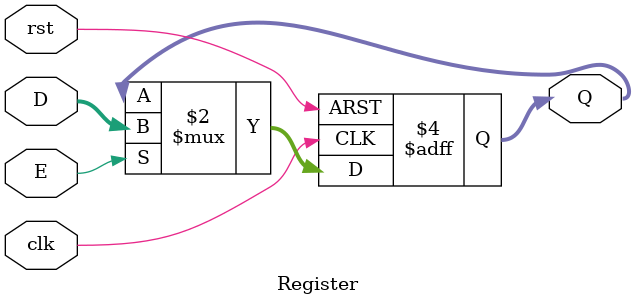
<source format=v>
`timescale 1ns / 1ps
/*
    Engineer: Rodrigo Becerril Ferreyra
    Company: California State University, Long Beach
    Project: Lab 4
    Date: 29 October 2020
*/
module Register(clk, rst, E, D, Q);
input clk, rst, E;
input [3:0] D;
output reg [3:0] Q;

always @(posedge clk, posedge rst)
    if(rst) Q <= 0;
    else if(E) Q <= D;

endmodule

</source>
